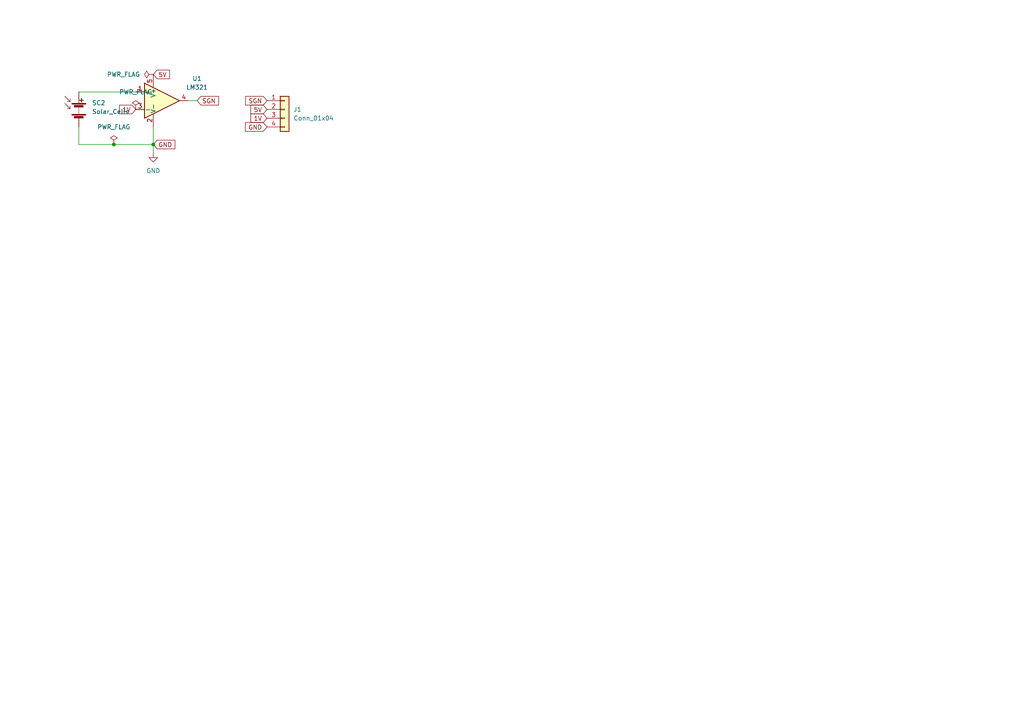
<source format=kicad_sch>
(kicad_sch (version 20250114) (generator "eeschema") (generator_version "9.0")
  (paper "A4")
  (lib_symbols
    (symbol "Amplifier_Operational:LM321" (pin_names (offset 0.127))
      (property "Reference" "U" (at 0 7.62 0))
      (property "Value" "LM321" (at 0 5.08 0))
      (symbol "LM321_0_1"
        (polyline (pts (xy -5.08 5.08) (xy 5.08 0) (xy -5.08 -5.08) (xy -5.08 5.08)) (stroke (width 0.254)) (fill (type background)))
      )
      (symbol "LM321_1_1"
        (pin input line (at -7.62 2.54 0) (length 2.54) (name "+") (number "1"))
        (pin input line (at -7.62 -2.54 0) (length 2.54) (name "-") (number "3"))
        (pin power_in line (at -2.54 7.62 270) (length 3.81) (name "V+") (number "5"))
        (pin power_in line (at -2.54 -7.62 90) (length 3.81) (name "V-") (number "2"))
        (pin output line (at 7.62 0 180) (length 2.54) (name "~") (number "4"))
      )
    )
    (symbol "Connector_Generic:Conn_01x04" (pin_names (offset 1.016) (hide yes))
      (property "Reference" "J" (at 0 5.08 0))
      (property "Value" "Conn_01x04" (at 0 -7.62 0))
      (symbol "Conn_01x04_1_1"
        (rectangle (start -1.27 3.81) (end 1.27 -6.35) (stroke (width 0.254)) (fill (type background)))
        (rectangle (start -1.27 2.667) (end 0 2.413) (stroke (width 0.1524)))
        (rectangle (start -1.27 0.127) (end 0 -0.127) (stroke (width 0.1524)))
        (rectangle (start -1.27 -2.413) (end 0 -2.667) (stroke (width 0.1524)))
        (rectangle (start -1.27 -4.953) (end 0 -5.207) (stroke (width 0.1524)))
        (pin passive line (at -5.08 2.54 0) (length 3.81) (name "Pin_1") (number "1"))
        (pin passive line (at -5.08 0 0) (length 3.81) (name "Pin_2") (number "2"))
        (pin passive line (at -5.08 -2.54 0) (length 3.81) (name "Pin_3") (number "3"))
        (pin passive line (at -5.08 -5.08 0) (length 3.81) (name "Pin_4") (number "4"))
      )
    )
    (symbol "Device:Solar_Cells" (pin_numbers (hide yes)) (pin_names (offset 0) (hide yes))
      (property "Reference" "SC" (at 2.54 2.54 0))
      (property "Value" "Solar_Cells" (at 2.54 0 0))
      (symbol "Solar_Cells_0_1"
        (polyline (pts (xy -2.54 3.048) (xy -2.54 2.286) (xy -3.302 2.286)))
        (polyline (pts (xy -2.54 2.286) (xy -4.064 3.81)))
        (polyline (pts (xy -2.54 1.016) (xy -2.54 0.254) (xy -3.302 0.254)))
        (polyline (pts (xy -2.54 0.254) (xy -4.064 1.778)))
        (rectangle (start -2.032 1.778) (end 2.032 1.524) (fill (type outline)))
        (rectangle (start -2.032 -1.397) (end 2.032 -1.651) (fill (type outline)))
        (rectangle (start -1.3208 1.1938) (end 1.27 0.6858) (fill (type outline)))
        (rectangle (start -1.3208 -1.9812) (end 1.27 -2.4892) (fill (type outline)))
        (polyline (pts (xy 0 1.778) (xy 0 2.54)))
        (polyline (pts (xy 0 0.508) (xy 0 0.762)))
        (polyline (pts (xy 0 0) (xy 0 0.254)))
        (polyline (pts (xy 0 -0.508) (xy 0 -0.254)))
        (polyline (pts (xy 0 -1.016) (xy 0 -0.762)))
        (polyline (pts (xy 0 -1.524) (xy 0 -1.27)))
        (polyline (pts (xy 0.254 2.667) (xy 1.27 2.667)) (stroke (width 0.254)))
        (polyline (pts (xy 0.762 3.175) (xy 0.762 2.159)) (stroke (width 0.254)))
      )
      (symbol "Solar_Cells_1_1"
        (pin passive line (at 0 5.08 270) (length 2.54) (name "+") (number "1"))
        (pin passive line (at 0 -5.08 90) (length 2.54) (name "-") (number "2"))
      )
    )
    (symbol "power:GND" (power) (pin_numbers (hide yes)) (pin_names (offset 0) (hide yes))
      (property "Value" "GND" (at 0 -3.81 0))
      (symbol "GND_0_1"
        (polyline (pts (xy 0 0) (xy 0 -1.27) (xy 1.27 -1.27) (xy 0 -2.54) (xy -1.27 -1.27) (xy 0 -1.27)))
      )
      (symbol "GND_1_1"
        (pin power_in line (at 0 0 270) (length 0) (name "~") (number "1"))
      )
    )
    (symbol "power:PWR_FLAG" (power) (pin_numbers (hide yes)) (pin_names (offset 0) (hide yes))
      (property "Value" "PWR_FLAG" (at 0 3.81 0))
      (symbol "PWR_FLAG_0_0"
        (pin power_out line (at 0 0 90) (length 0) (name "~") (number "1"))
      )
      (symbol "PWR_FLAG_0_1"
        (polyline (pts (xy 0 0) (xy 0 1.27) (xy -1.016 1.905) (xy 0 2.54) (xy 1.016 1.905) (xy 0 1.27)))
      )
    )
  )
  (junction (at 44.45 41.91))
  (junction (at 33.02 41.91))
  (wire (pts (xy 22.86 36.83) (xy 22.86 41.91)))
  (wire (pts (xy 44.45 41.91) (xy 44.45 44.45)))
  (wire (pts (xy 44.45 36.83) (xy 44.45 41.91)))
  (wire (pts (xy 22.86 41.91) (xy 33.02 41.91)))
  (wire (pts (xy 22.86 26.67) (xy 39.37 26.67)))
  (wire (pts (xy 33.02 41.91) (xy 44.45 41.91)))
  (wire (pts (xy 54.61 29.21) (xy 57.15 29.21)))
  (global_label "GND" (shape input) (at 44.45 41.91 0) (property "Intersheetrefs" "${INTERSHEET_REFS}" (effects (hide yes))))
  (global_label "1V" (shape input) (at 39.37 31.75 180) (property "Intersheetrefs" "${INTERSHEET_REFS}" (effects (hide yes))))
  (global_label "GND" (shape input) (at 77.47 36.83 180) (property "Intersheetrefs" "${INTERSHEET_REFS}" (effects (hide yes))))
  (global_label "1V" (shape input) (at 77.47 34.29 180) (property "Intersheetrefs" "${INTERSHEET_REFS}" (effects (hide yes))))
  (global_label "SGN" (shape input) (at 57.15 29.21 0) (property "Intersheetrefs" "${INTERSHEET_REFS}" (effects (hide yes))))
  (global_label "5V" (shape input) (at 77.47 31.75 180) (property "Intersheetrefs" "${INTERSHEET_REFS}" (effects (hide yes))))
  (global_label "5V" (shape input) (at 44.45 21.59 0) (property "Intersheetrefs" "${INTERSHEET_REFS}" (effects (hide yes))))
  (global_label "SGN" (shape input) (at 77.47 29.21 180) (property "Intersheetrefs" "${INTERSHEET_REFS}" (effects (hide yes))))
  (symbol (lib_id "power:PWR_FLAG") (at 33.02 41.91 0) (unit 1)
    (property "Reference" "#FLG01" (effects (hide yes)))
    (property "Value" "PWR_FLAG" (at 33.02 36.83 0))
    (property "Description" "Special symbol for telling ERC where power comes from" (effects (hide yes)))
  )
  (symbol (lib_id "Device:Solar_Cells") (at 22.86 31.75 0) (unit 1)
    (property "Reference" "SC2" (at 26.67 29.8449 0) (effects (justify left)))
    (property "Value" "Solar_Cells" (at 26.67 32.3849 0) (effects (justify left)))
    (property "Footprint" "SolarCell:SolarCell_15mmx50mm_4PAD" (effects (hide yes)))
    (property "Description" "Multiple solar cells" (effects (hide yes)))
  )
  (symbol (lib_id "power:PWR_FLAG") (at 44.45 21.59 90) (unit 1)
    (property "Reference" "#FLG02" (effects (hide yes)))
    (property "Value" "PWR_FLAG" (at 40.64 21.5899 90) (effects (justify left)))
    (property "Description" "Special symbol for telling ERC where power comes from" (effects (hide yes)))
  )
  (symbol (lib_id "power:PWR_FLAG") (at 39.37 31.75 0) (unit 1)
    (property "Reference" "#FLG03" (effects (hide yes)))
    (property "Value" "PWR_FLAG" (at 39.37 26.67 0))
    (property "Description" "Special symbol for telling ERC where power comes from" (effects (hide yes)))
  )
  (symbol (lib_id "Amplifier_Operational:LM321") (at 46.99 29.21 0) (unit 1)
    (property "Reference" "U1" (at 57.15 22.7898 0))
    (property "Value" "LM321" (at 57.15 25.3298 0))
    (property "Footprint" "Package_TO_SOT_SMD:SOT-23-5" (effects (hide yes)))
    (property "Datasheet" "http://www.ti.com/lit/ds/symlink/lm321.pdf" (effects (hide yes)))
    (property "Description" "Low Power Single Operational Amplifier, SOT-23-5" (effects (hide yes)))
  )
  (symbol (lib_id "Connector_Generic:Conn_01x04") (at 82.55 31.75 0) (unit 1)
    (property "Reference" "J1" (at 85.09 31.7499 0) (effects (justify left)))
    (property "Value" "Conn_01x04" (at 85.09 34.2899 0) (effects (justify left)))
    (property "Footprint" "Connector_PinHeader_2.54mm:PinHeader_1x04_P2.54mm_Horizontal" (effects (hide yes)))
    (property "Description" "Generic connector, single row, 01x04, script generated (kicad-library-utils/schlib/autogen/connector/)" (effects (hide yes)))
  )
  (symbol (lib_id "power:GND") (at 44.45 44.45 0) (unit 1)
    (property "Reference" "#PWR01" (effects (hide yes)))
    (property "Value" "GND" (at 44.45 49.53 0))
    (property "Description" "Power symbol creates a global label with name \"GND\" , ground" (effects (hide yes)))
  )
)
</source>
